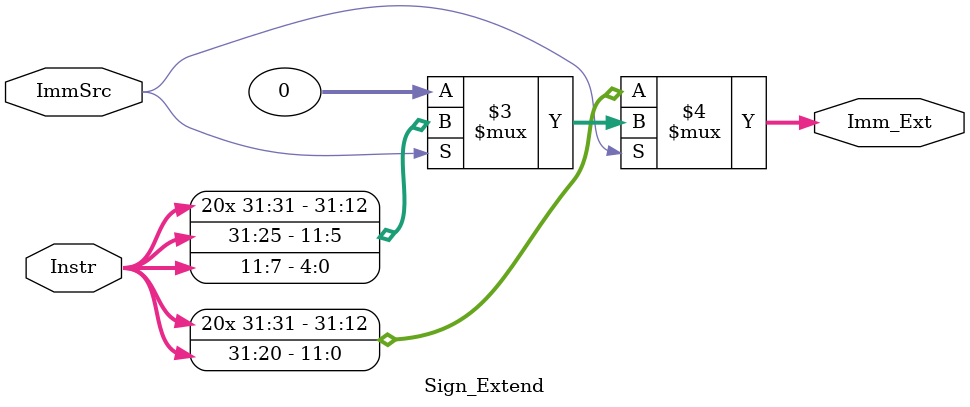
<source format=v>
module Sign_Extend(
    input [31:0] Instr,
    input  ImmSrc,
    output [31:0] Imm_Ext
);

//ImmSrc == 1 --> Store Word inst. , ImmSrcD == 0 --> Load Word Inst.
assign Imm_Ext = (ImmSrc == 2'b00) ? {{20{Instr[31]}},Instr[31:20]} : 
                 (ImmSrc == 2'b01) ? {{20{Instr[31]}},Instr[31:25],Instr[11:7]} : 32'h00000000; 


endmodule

</source>
